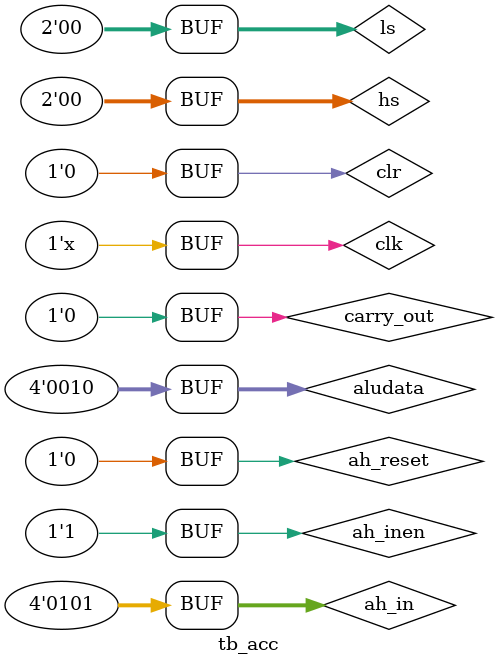
<source format=v>
`timescale 1ns / 1ps
module tb_acc;
	reg ah_reset;
	reg clr;
	reg clk;
	reg [3:0] ah_in;
	reg [3:0] aludata;
	reg ah_inen, carry_out;
	reg [1:0] hs, ls;
	wire [3:0] ah_out;
	wire [3:0] al_out;
	
	acc UUT (.ah_reset(ah_reset),
	.clr(clr), .clk(clk), .ah_in(ah_in),
	.aludata(aludata), .ah_inen(ah_inen),
	.carry_out(carry_out),.ah_out(ah_out),
	.al_out(al_out),.hs(hs), .ls(ls)
	);
	
	always #50 clk = ~clk;
	initial begin
		aludata = 4'b0010;
		ah_in = 4'b0101;
		ah_reset = 0;
		clk = 0;
		ah_inen = 0;
		carry_out = 0;
		hs=2'b00;
		ls=2'b00;
		clr = 1;
		#100; clr=0;
		#100; hs=2'b11;
		#100; hs=2'b00;
		#100; ah_inen=1; hs=2'b11;
		#100; hs=2'b00; ls=2'b11;
		#100; ls=2'b00;
		#100; hs=2'b01; ls=2'b01;
		#100; hs=2'b00; ls=2'b00;
		#100; hs=2'b10; ls=2'b01;
		#100; hs=2'b00; ls=2'b00;
		#100; hs=2'b10; ls=2'b10;
		#100; hs=2'b00; ls=2'b00;
		#100; ah_reset=1;
		#100; ah_reset=0;
		#100;
	end
endmodule
</source>
